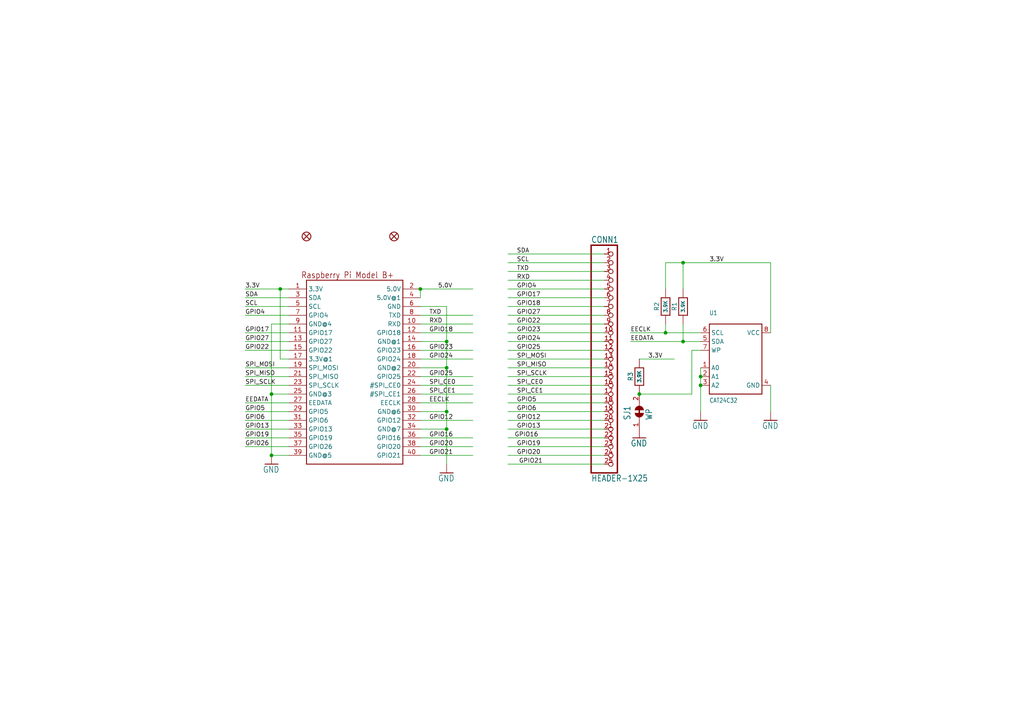
<source format=kicad_sch>
(kicad_sch (version 20211123) (generator eeschema)
  (paper "A4")
  (lib_symbols
    (symbol "eagleSchem-eagle-import:EEPROM_I2C_SOIC8_GENERIC"
      (property "Reference" "U" (at -7.62 12.7 0))
      (property "Value" "EEPROM_I2C_SOIC8_GENERIC" (at -7.62 -12.7 0))
      (symbol "EEPROM_I2C_SOIC8_GENERIC_1_0"
        (polyline (pts (xy -7.62 -10.16) (xy -7.62 10.16)) (stroke (width 0.254)))
        (polyline (pts (xy -7.62 10.16) (xy 7.62 10.16)) (stroke (width 0.254)))
        (polyline (pts (xy 7.62 -10.16) (xy -7.62 -10.16)) (stroke (width 0.254)))
        (polyline (pts (xy 7.62 10.16) (xy 7.62 -10.16)) (stroke (width 0.254)))
        (pin input line (at -10.16 -2.54 0) (length 2.54) (name "A0") (number "1"))
        (pin input line (at -10.16 -5.08 0) (length 2.54) (name "A1") (number "2"))
        (pin input line (at -10.16 -7.62 0) (length 2.54) (name "A2") (number "3"))
        (pin power_in line (at 10.16 -7.62 180) (length 2.54) (name "GND") (number "4"))
        (pin bidirectional line (at -10.16 5.08 0) (length 2.54) (name "SDA") (number "5"))
        (pin input line (at -10.16 7.62 0) (length 2.54) (name "SCL") (number "6"))
        (pin input line (at -10.16 2.54 0) (length 2.54) (name "WP") (number "7"))
        (pin power_in line (at 10.16 7.62 180) (length 2.54) (name "VCC") (number "8"))
      )
    )
    (symbol "eagleSchem-eagle-import:FIDUCIAL{dblquote}{dblquote}"
      (symbol "FIDUCIAL{dblquote}{dblquote}_1_0"
        (polyline (pts (xy -0.762 0.762) (xy 0.762 -0.762)) (stroke (width 0.254)))
        (polyline (pts (xy 0.762 0.762) (xy -0.762 -0.762)) (stroke (width 0.254)))
        (circle (center 0 0) (radius 1.27) (stroke (width 0.254)))
      )
    )
    (symbol "eagleSchem-eagle-import:GND" (power)
      (property "Value" "GND" (at -2.54 -2.54 0))
      (symbol "GND_1_0"
        (polyline (pts (xy -1.905 0) (xy 1.905 0)) (stroke (width 0.254)))
        (pin power_in line (at 0 2.54 270) (length 2.54) (name "GND") (number "1"))
      )
    )
    (symbol "eagleSchem-eagle-import:HEADER-1X25"
      (property "Reference" "CONN" (at -3.81 33.655 0))
      (property "Value" "HEADER-1X25" (at -3.81 -35.56 0))
      (symbol "HEADER-1X25_1_0"
        (polyline (pts (xy -3.81 -33.02) (xy 3.81 -33.02)) (stroke (width 0.4064)))
        (polyline (pts (xy -3.81 33.02) (xy -3.81 -33.02)) (stroke (width 0.4064)))
        (polyline (pts (xy 3.81 -33.02) (xy 3.81 33.02)) (stroke (width 0.4064)))
        (polyline (pts (xy 3.81 33.02) (xy -3.81 33.02)) (stroke (width 0.4064)))
        (pin passive inverted (at 0 30.48 0) (length 2.54) (name "1") (number "1"))
        (pin passive inverted (at 0 7.62 0) (length 2.54) (name "10") (number "10"))
        (pin passive inverted (at 0 5.08 0) (length 2.54) (name "11") (number "11"))
        (pin passive inverted (at 0 2.54 0) (length 2.54) (name "12") (number "12"))
        (pin passive inverted (at 0 0 0) (length 2.54) (name "13") (number "13"))
        (pin passive inverted (at 0 -2.54 0) (length 2.54) (name "14") (number "14"))
        (pin passive inverted (at 0 -5.08 0) (length 2.54) (name "15") (number "15"))
        (pin passive inverted (at 0 -7.62 0) (length 2.54) (name "16") (number "16"))
        (pin passive inverted (at 0 -10.16 0) (length 2.54) (name "17") (number "17"))
        (pin passive inverted (at 0 -12.7 0) (length 2.54) (name "18") (number "18"))
        (pin passive inverted (at 0 -15.24 0) (length 2.54) (name "19") (number "19"))
        (pin passive inverted (at 0 27.94 0) (length 2.54) (name "2") (number "2"))
        (pin passive inverted (at 0 -17.78 0) (length 2.54) (name "20") (number "20"))
        (pin passive inverted (at 0 -20.32 0) (length 2.54) (name "21") (number "21"))
        (pin passive inverted (at 0 -22.86 0) (length 2.54) (name "22") (number "22"))
        (pin passive inverted (at 0 -25.4 0) (length 2.54) (name "23") (number "23"))
        (pin passive inverted (at 0 -27.94 0) (length 2.54) (name "24") (number "24"))
        (pin passive inverted (at 0 -30.48 0) (length 2.54) (name "25") (number "25"))
        (pin passive inverted (at 0 25.4 0) (length 2.54) (name "3") (number "3"))
        (pin passive inverted (at 0 22.86 0) (length 2.54) (name "4") (number "4"))
        (pin passive inverted (at 0 20.32 0) (length 2.54) (name "5") (number "5"))
        (pin passive inverted (at 0 17.78 0) (length 2.54) (name "6") (number "6"))
        (pin passive inverted (at 0 15.24 0) (length 2.54) (name "7") (number "7"))
        (pin passive inverted (at 0 12.7 0) (length 2.54) (name "8") (number "8"))
        (pin passive inverted (at 0 10.16 0) (length 2.54) (name "9") (number "9"))
      )
    )
    (symbol "eagleSchem-eagle-import:RASPBERRYPI_BPLUS_HATNOSLOTS"
      (symbol "RASPBERRYPI_BPLUS_HATNOSLOTS_1_0"
        (polyline (pts (xy -12.7 -30.48) (xy -12.7 22.86)) (stroke (width 0.254)))
        (polyline (pts (xy -12.7 22.86) (xy 15.24 22.86)) (stroke (width 0.254)))
        (polyline (pts (xy 15.24 -30.48) (xy -12.7 -30.48)) (stroke (width 0.254)))
        (polyline (pts (xy 15.24 22.86) (xy 15.24 -30.48)) (stroke (width 0.254)))
        (text "Raspberry Pi Model B+" (at 12.7 25.4 0) (effects (font (size 1.778 1.5113)) (justify right top)))
        (pin power_in line (at -17.78 20.32 0) (length 5.08) (name "3.3V") (number "1"))
        (pin bidirectional line (at 20.32 10.16 180) (length 5.08) (name "RXD") (number "10"))
        (pin bidirectional line (at -17.78 7.62 0) (length 5.08) (name "GPIO17") (number "11"))
        (pin bidirectional line (at 20.32 7.62 180) (length 5.08) (name "GPIO18") (number "12"))
        (pin bidirectional line (at -17.78 5.08 0) (length 5.08) (name "GPIO27") (number "13"))
        (pin power_in line (at 20.32 5.08 180) (length 5.08) (name "GND@1") (number "14"))
        (pin bidirectional line (at -17.78 2.54 0) (length 5.08) (name "GPIO22") (number "15"))
        (pin bidirectional line (at 20.32 2.54 180) (length 5.08) (name "GPIO23") (number "16"))
        (pin power_in line (at -17.78 0 0) (length 5.08) (name "3.3V@1") (number "17"))
        (pin bidirectional line (at 20.32 0 180) (length 5.08) (name "GPIO24") (number "18"))
        (pin bidirectional line (at -17.78 -2.54 0) (length 5.08) (name "SPI_MOSI") (number "19"))
        (pin power_in line (at 20.32 20.32 180) (length 5.08) (name "5.0V") (number "2"))
        (pin power_in line (at 20.32 -2.54 180) (length 5.08) (name "GND@2") (number "20"))
        (pin bidirectional line (at -17.78 -5.08 0) (length 5.08) (name "SPI_MISO") (number "21"))
        (pin bidirectional line (at 20.32 -5.08 180) (length 5.08) (name "GPIO25") (number "22"))
        (pin bidirectional line (at -17.78 -7.62 0) (length 5.08) (name "SPI_SCLK") (number "23"))
        (pin bidirectional line (at 20.32 -7.62 180) (length 5.08) (name "#SPI_CE0") (number "24"))
        (pin power_in line (at -17.78 -10.16 0) (length 5.08) (name "GND@3") (number "25"))
        (pin bidirectional line (at 20.32 -10.16 180) (length 5.08) (name "#SPI_CE1") (number "26"))
        (pin bidirectional line (at -17.78 -12.7 0) (length 5.08) (name "EEDATA") (number "27"))
        (pin power_in line (at 20.32 -12.7 180) (length 5.08) (name "EECLK") (number "28"))
        (pin bidirectional line (at -17.78 -15.24 0) (length 5.08) (name "GPIO5") (number "29"))
        (pin bidirectional line (at -17.78 17.78 0) (length 5.08) (name "SDA") (number "3"))
        (pin bidirectional line (at 20.32 -15.24 180) (length 5.08) (name "GND@6") (number "30"))
        (pin power_in line (at -17.78 -17.78 0) (length 5.08) (name "GPIO6") (number "31"))
        (pin bidirectional line (at 20.32 -17.78 180) (length 5.08) (name "GPIO12") (number "32"))
        (pin bidirectional line (at -17.78 -20.32 0) (length 5.08) (name "GPIO13") (number "33"))
        (pin bidirectional line (at 20.32 -20.32 180) (length 5.08) (name "GND@7") (number "34"))
        (pin bidirectional line (at -17.78 -22.86 0) (length 5.08) (name "GPIO19") (number "35"))
        (pin power_in line (at 20.32 -22.86 180) (length 5.08) (name "GPIO16") (number "36"))
        (pin bidirectional line (at -17.78 -25.4 0) (length 5.08) (name "GPIO26") (number "37"))
        (pin bidirectional line (at 20.32 -25.4 180) (length 5.08) (name "GPIO20") (number "38"))
        (pin power_in line (at -17.78 -27.94 0) (length 5.08) (name "GND@5") (number "39"))
        (pin power_in line (at 20.32 17.78 180) (length 5.08) (name "5.0V@1") (number "4"))
        (pin bidirectional line (at 20.32 -27.94 180) (length 5.08) (name "GPIO21") (number "40"))
        (pin bidirectional line (at -17.78 15.24 0) (length 5.08) (name "SCL") (number "5"))
        (pin power_in line (at 20.32 15.24 180) (length 5.08) (name "GND") (number "6"))
        (pin bidirectional line (at -17.78 12.7 0) (length 5.08) (name "GPIO4") (number "7"))
        (pin output line (at 20.32 12.7 180) (length 5.08) (name "TXD") (number "8"))
        (pin power_in line (at -17.78 10.16 0) (length 5.08) (name "GND@4") (number "9"))
      )
    )
    (symbol "eagleSchem-eagle-import:RESISTOR0805_NOOUTLINE"
      (property "Reference" "R" (at 0 2.54 0))
      (property "Value" "RESISTOR0805_NOOUTLINE" (at 0 0 0))
      (symbol "RESISTOR0805_NOOUTLINE_1_0"
        (polyline (pts (xy -2.54 -1.27) (xy -2.54 1.27)) (stroke (width 0.254)))
        (polyline (pts (xy -2.54 1.27) (xy 2.54 1.27)) (stroke (width 0.254)))
        (polyline (pts (xy 2.54 -1.27) (xy -2.54 -1.27)) (stroke (width 0.254)))
        (polyline (pts (xy 2.54 1.27) (xy 2.54 -1.27)) (stroke (width 0.254)))
        (pin passive line (at -5.08 0 0) (length 2.54) (name "1") (number "1"))
        (pin passive line (at 5.08 0 180) (length 2.54) (name "2") (number "2"))
      )
    )
    (symbol "eagleSchem-eagle-import:SOLDERJUMPER_CLOSED"
      (property "Reference" "SJ" (at -2.54 2.54 0))
      (property "Value" "SOLDERJUMPER_CLOSED" (at -2.54 -3.81 0))
      (symbol "SOLDERJUMPER_CLOSED_1_0"
        (arc (start -0.381 1.2699) (mid -1.6508 0) (end -0.381 -1.2699) (stroke (width 0.0001)) (fill (type outline)))
        (polyline (pts (xy -2.54 0) (xy -1.651 0)) (stroke (width 0.1524)))
        (polyline (pts (xy -0.635 0) (xy 0.635 0)) (stroke (width 0.4064)))
        (polyline (pts (xy 2.54 0) (xy 1.651 0)) (stroke (width 0.1524)))
        (arc (start 0.381 -1.2699) (mid 1.6508 0) (end 0.381 1.2699) (stroke (width 0.0001)) (fill (type outline)))
        (pin passive line (at -5.08 0 0) (length 2.54) (name "1") (number "1"))
        (pin passive line (at 5.08 0 180) (length 2.54) (name "2") (number "2"))
      )
    )
  )
  (junction (at 203.2 109.22))
  (junction (at 81.28 83.82))
  (junction (at 121.92 83.82))
  (junction (at 193.04 96.52))
  (junction (at 185.42 114.3))
  (junction (at 198.12 99.06))
  (junction (at 203.2 111.76))
  (junction (at 129.54 119.38))
  (junction (at 198.12 76.2))
  (junction (at 78.74 114.3))
  (junction (at 129.54 124.46))
  (junction (at 129.54 99.06))
  (junction (at 78.74 132.08))
  (junction (at 129.54 106.68))
  (wire (pts (xy 71.12 129.54) (xy 83.82 129.54)))
  (wire (pts (xy 203.2 111.76) (xy 203.2 119.38)))
  (wire (pts (xy 121.92 114.3) (xy 137.16 114.3)))
  (wire (pts (xy 129.54 119.38) (xy 129.54 124.46)))
  (wire (pts (xy 175.26 127) (xy 147.32 127)))
  (wire (pts (xy 147.32 129.54) (xy 175.26 129.54)))
  (wire (pts (xy 175.26 121.92) (xy 147.32 121.92)))
  (wire (pts (xy 78.74 93.98) (xy 83.82 93.98)))
  (wire (pts (xy 121.92 111.76) (xy 137.16 111.76)))
  (wire (pts (xy 121.92 124.46) (xy 129.54 124.46)))
  (wire (pts (xy 193.04 93.98) (xy 193.04 96.52)))
  (wire (pts (xy 81.28 104.14) (xy 81.28 83.82)))
  (wire (pts (xy 78.74 114.3) (xy 78.74 132.08)))
  (wire (pts (xy 203.2 106.68) (xy 203.2 109.22)))
  (wire (pts (xy 175.26 101.6) (xy 147.32 101.6)))
  (wire (pts (xy 137.16 93.98) (xy 121.92 93.98)))
  (wire (pts (xy 121.92 127) (xy 137.16 127)))
  (wire (pts (xy 83.82 96.52) (xy 71.12 96.52)))
  (wire (pts (xy 175.26 83.82) (xy 147.32 83.82)))
  (wire (pts (xy 121.92 119.38) (xy 129.54 119.38)))
  (wire (pts (xy 81.28 104.14) (xy 83.82 104.14)))
  (wire (pts (xy 200.66 101.6) (xy 203.2 101.6)))
  (wire (pts (xy 203.2 109.22) (xy 203.2 111.76)))
  (wire (pts (xy 147.32 114.3) (xy 175.26 114.3)))
  (wire (pts (xy 198.12 99.06) (xy 203.2 99.06)))
  (wire (pts (xy 71.12 111.76) (xy 83.82 111.76)))
  (wire (pts (xy 83.82 101.6) (xy 71.12 101.6)))
  (wire (pts (xy 175.26 73.66) (xy 147.32 73.66)))
  (wire (pts (xy 81.28 83.82) (xy 71.12 83.82)))
  (wire (pts (xy 121.92 104.14) (xy 137.16 104.14)))
  (wire (pts (xy 147.32 99.06) (xy 175.26 99.06)))
  (wire (pts (xy 71.12 109.22) (xy 83.82 109.22)))
  (wire (pts (xy 147.32 104.14) (xy 175.26 104.14)))
  (wire (pts (xy 129.54 88.9) (xy 129.54 99.06)))
  (wire (pts (xy 200.66 114.3) (xy 200.66 101.6)))
  (wire (pts (xy 71.12 127) (xy 83.82 127)))
  (wire (pts (xy 83.82 91.44) (xy 71.12 91.44)))
  (wire (pts (xy 71.12 106.68) (xy 83.82 106.68)))
  (wire (pts (xy 147.32 124.46) (xy 175.26 124.46)))
  (wire (pts (xy 147.32 119.38) (xy 175.26 119.38)))
  (wire (pts (xy 175.26 116.84) (xy 147.32 116.84)))
  (wire (pts (xy 71.12 99.06) (xy 83.82 99.06)))
  (wire (pts (xy 121.92 86.36) (xy 121.92 83.82)))
  (wire (pts (xy 83.82 88.9) (xy 71.12 88.9)))
  (wire (pts (xy 223.52 111.76) (xy 223.52 119.38)))
  (wire (pts (xy 121.92 106.68) (xy 129.54 106.68)))
  (wire (pts (xy 83.82 83.82) (xy 81.28 83.82)))
  (wire (pts (xy 147.32 109.22) (xy 175.26 109.22)))
  (wire (pts (xy 175.26 111.76) (xy 147.32 111.76)))
  (wire (pts (xy 147.32 86.36) (xy 175.26 86.36)))
  (wire (pts (xy 83.82 116.84) (xy 71.12 116.84)))
  (wire (pts (xy 198.12 93.98) (xy 198.12 99.06)))
  (wire (pts (xy 121.92 83.82) (xy 137.16 83.82)))
  (wire (pts (xy 71.12 121.92) (xy 83.82 121.92)))
  (wire (pts (xy 121.92 116.84) (xy 137.16 116.84)))
  (wire (pts (xy 121.92 91.44) (xy 137.16 91.44)))
  (wire (pts (xy 147.32 134.62) (xy 175.26 134.62)))
  (wire (pts (xy 147.32 76.2) (xy 175.26 76.2)))
  (wire (pts (xy 83.82 86.36) (xy 71.12 86.36)))
  (wire (pts (xy 223.52 76.2) (xy 198.12 76.2)))
  (wire (pts (xy 121.92 121.92) (xy 137.16 121.92)))
  (wire (pts (xy 129.54 99.06) (xy 129.54 106.68)))
  (wire (pts (xy 147.32 88.9) (xy 175.26 88.9)))
  (wire (pts (xy 78.74 114.3) (xy 83.82 114.3)))
  (wire (pts (xy 175.26 96.52) (xy 147.32 96.52)))
  (wire (pts (xy 147.32 93.98) (xy 175.26 93.98)))
  (wire (pts (xy 147.32 81.28) (xy 175.26 81.28)))
  (wire (pts (xy 198.12 76.2) (xy 193.04 76.2)))
  (wire (pts (xy 175.26 91.44) (xy 147.32 91.44)))
  (wire (pts (xy 71.12 124.46) (xy 83.82 124.46)))
  (wire (pts (xy 185.42 114.3) (xy 200.66 114.3)))
  (wire (pts (xy 129.54 106.68) (xy 129.54 119.38)))
  (wire (pts (xy 121.92 96.52) (xy 137.16 96.52)))
  (wire (pts (xy 175.26 106.68) (xy 147.32 106.68)))
  (wire (pts (xy 182.88 99.06) (xy 198.12 99.06)))
  (wire (pts (xy 198.12 83.82) (xy 198.12 76.2)))
  (wire (pts (xy 121.92 88.9) (xy 129.54 88.9)))
  (wire (pts (xy 121.92 132.08) (xy 137.16 132.08)))
  (wire (pts (xy 203.2 96.52) (xy 193.04 96.52)))
  (wire (pts (xy 83.82 132.08) (xy 78.74 132.08)))
  (wire (pts (xy 175.26 132.08) (xy 147.32 132.08)))
  (wire (pts (xy 185.42 104.14) (xy 195.58 104.14)))
  (wire (pts (xy 193.04 76.2) (xy 193.04 83.82)))
  (wire (pts (xy 121.92 99.06) (xy 129.54 99.06)))
  (wire (pts (xy 121.92 101.6) (xy 137.16 101.6)))
  (wire (pts (xy 71.12 119.38) (xy 83.82 119.38)))
  (wire (pts (xy 121.92 129.54) (xy 137.16 129.54)))
  (wire (pts (xy 223.52 96.52) (xy 223.52 76.2)))
  (wire (pts (xy 193.04 96.52) (xy 182.88 96.52)))
  (wire (pts (xy 121.92 109.22) (xy 137.16 109.22)))
  (wire (pts (xy 129.54 124.46) (xy 129.54 134.62)))
  (wire (pts (xy 78.74 114.3) (xy 78.74 93.98)))
  (wire (pts (xy 175.26 78.74) (xy 147.32 78.74)))
  (label "EECLK" (at 124.46 116.84 0) (effects (font (size 1.2446 1.2446))))
  (label "SPI_SCLK" (at 71.12 111.76 0) (effects (font (size 1.2446 1.2446))))
  (label "SDA" (at 71.12 86.36 0) (effects (font (size 1.2446 1.2446))))
  (label "GPIO25" (at 124.46 109.22 0) (effects (font (size 1.2446 1.2446))))
  (label "GPIO20" (at 124.46 129.54 0) (effects (font (size 1.2446 1.2446))))
  (label "GPIO23" (at 124.46 101.6 0) (effects (font (size 1.2446 1.2446))))
  (label "3.3V" (at 205.74 76.2 0) (effects (font (size 1.2446 1.2446))))
  (label "GPIO12" (at 124.46 121.92 0) (effects (font (size 1.2446 1.2446))))
  (label "TXD" (at 124.46 91.44 0) (effects (font (size 1.2446 1.2446))))
  (label "SPI_MISO" (at 149.86 106.68 0) (effects (font (size 1.2446 1.2446))))
  (label "SPI_SCLK" (at 149.86 109.22 0) (effects (font (size 1.2446 1.2446))))
  (label "3.3V" (at 187.96 104.14 0) (effects (font (size 1.2446 1.2446))))
  (label "GPIO25" (at 149.86 101.6 0) (effects (font (size 1.2446 1.2446))))
  (label "GPIO24" (at 149.86 99.06 0) (effects (font (size 1.2446 1.2446))))
  (label "GPIO16" (at 149.225 127 0) (effects (font (size 1.2446 1.2446))))
  (label "SCL" (at 149.86 76.2 0) (effects (font (size 1.2446 1.2446))))
  (label "GPIO20" (at 149.86 132.08 0) (effects (font (size 1.2446 1.2446))))
  (label "RXD" (at 124.46 93.98 0) (effects (font (size 1.2446 1.2446))))
  (label "GPIO12" (at 149.86 121.92 0) (effects (font (size 1.2446 1.2446))))
  (label "SPI_CE0" (at 124.46 111.76 0) (effects (font (size 1.2446 1.2446))))
  (label "GPIO22" (at 71.12 101.6 0) (effects (font (size 1.2446 1.2446))))
  (label "GPIO13" (at 71.12 124.46 0) (effects (font (size 1.2446 1.2446))))
  (label "TXD" (at 149.86 78.74 0) (effects (font (size 1.2446 1.2446))))
  (label "GPIO16" (at 124.46 127 0) (effects (font (size 1.2446 1.2446))))
  (label "GPIO19" (at 71.12 127 0) (effects (font (size 1.2446 1.2446))))
  (label "SCL" (at 71.12 88.9 0) (effects (font (size 1.2446 1.2446))))
  (label "GPIO18" (at 124.46 96.52 0) (effects (font (size 1.2446 1.2446))))
  (label "GPIO17" (at 149.86 86.36 0) (effects (font (size 1.2446 1.2446))))
  (label "SPI_MOSI" (at 71.12 106.68 0) (effects (font (size 1.2446 1.2446))))
  (label "GPIO23" (at 149.86 96.52 0) (effects (font (size 1.2446 1.2446))))
  (label "GPIO27" (at 71.12 99.06 0) (effects (font (size 1.2446 1.2446))))
  (label "SDA" (at 149.86 73.66 0) (effects (font (size 1.2446 1.2446))))
  (label "RXD" (at 149.86 81.28 0) (effects (font (size 1.2446 1.2446))))
  (label "5.0V" (at 127 83.82 0) (effects (font (size 1.2446 1.2446))))
  (label "EEDATA" (at 71.12 116.84 0) (effects (font (size 1.2446 1.2446))))
  (label "SPI_MOSI" (at 149.86 104.14 0) (effects (font (size 1.2446 1.2446))))
  (label "GPIO21" (at 150.495 134.62 0) (effects (font (size 1.2446 1.2446))))
  (label "GPIO17" (at 71.12 96.52 0) (effects (font (size 1.2446 1.2446))))
  (label "SPI_CE0" (at 149.86 111.76 0) (effects (font (size 1.2446 1.2446))))
  (label "GPIO19" (at 149.86 129.54 0) (effects (font (size 1.2446 1.2446))))
  (label "SPI_CE1" (at 149.86 114.3 0) (effects (font (size 1.2446 1.2446))))
  (label "EEDATA" (at 182.88 99.06 0) (effects (font (size 1.2446 1.2446))))
  (label "GPIO4" (at 71.12 91.44 0) (effects (font (size 1.2446 1.2446))))
  (label "GPIO6" (at 149.86 119.38 0) (effects (font (size 1.2446 1.2446))))
  (label "GPIO24" (at 124.46 104.14 0) (effects (font (size 1.2446 1.2446))))
  (label "SPI_MISO" (at 71.12 109.22 0) (effects (font (size 1.2446 1.2446))))
  (label "GPIO5" (at 149.86 116.84 0) (effects (font (size 1.2446 1.2446))))
  (label "GPIO26" (at 71.12 129.54 0) (effects (font (size 1.2446 1.2446))))
  (label "GPIO18" (at 149.86 88.9 0) (effects (font (size 1.2446 1.2446))))
  (label "GPIO22" (at 149.86 93.98 0) (effects (font (size 1.2446 1.2446))))
  (label "EECLK" (at 182.88 96.52 0) (effects (font (size 1.2446 1.2446))))
  (label "GPIO6" (at 71.12 121.92 0) (effects (font (size 1.2446 1.2446))))
  (label "GPIO13" (at 149.86 124.46 0) (effects (font (size 1.2446 1.2446))))
  (label "GPIO4" (at 149.86 83.82 0) (effects (font (size 1.2446 1.2446))))
  (label "SPI_CE1" (at 124.46 114.3 0) (effects (font (size 1.2446 1.2446))))
  (label "GPIO21" (at 124.46 132.08 0) (effects (font (size 1.2446 1.2446))))
  (label "3.3V" (at 71.12 83.82 0) (effects (font (size 1.2446 1.2446))))
  (label "GPIO5" (at 71.12 119.38 0) (effects (font (size 1.2446 1.2446))))
  (label "GPIO27" (at 149.86 91.44 0) (effects (font (size 1.2446 1.2446))))
  (symbol (lib_id "eagleSchem-eagle-import:GND") (at 129.54 137.16 0) (unit 1)
    (property "Reference" "#GND2" (effects hide))
    (property "Value" "GND" (at 127 139.7 0) (effects (font (size 1.778 1.5113)) (justify left bottom)))
    (property "Footprint" "eagleSchem:" (effects hide))
  )
  (symbol (lib_id "eagleSchem-eagle-import:GND") (at 223.52 121.92 0) (unit 1)
    (property "Reference" "#GND4" (effects hide))
    (property "Value" "GND" (at 220.98 124.46 0) (effects (font (size 1.778 1.5113)) (justify left bottom)))
    (property "Footprint" "eagleSchem:" (effects hide))
  )
  (symbol (lib_id "eagleSchem-eagle-import:GND") (at 185.42 127 0) (unit 1)
    (property "Reference" "#GND5" (effects hide))
    (property "Value" "GND" (at 182.88 129.54 0) (effects (font (size 1.778 1.5113)) (justify left bottom)))
    (property "Footprint" "eagleSchem:" (effects hide))
  )
  (symbol (lib_id "eagleSchem-eagle-import:RESISTOR0805_NOOUTLINE") (at 185.42 109.22 90) (unit 1)
    (property "Reference" "R3" (at 182.88 109.22 0))
    (property "Value" "3.9K" (at 185.42 109.22 0) (effects (font (size 1.016 1.016) bold)))
    (property "Footprint" "eagleSchem:0805-NO" (effects hide))
  )
  (symbol (lib_id "eagleSchem-eagle-import:RESISTOR0805_NOOUTLINE") (at 198.12 88.9 90) (unit 1)
    (property "Reference" "R1" (at 195.58 88.9 0))
    (property "Value" "3.9K" (at 198.12 88.9 0) (effects (font (size 1.016 1.016) bold)))
    (property "Footprint" "eagleSchem:0805-NO" (effects hide))
  )
  (symbol (lib_id "eagleSchem-eagle-import:RESISTOR0805_NOOUTLINE") (at 193.04 88.9 90) (unit 1)
    (property "Reference" "R2" (at 190.5 88.9 0))
    (property "Value" "3.9K" (at 193.04 88.9 0) (effects (font (size 1.016 1.016) bold)))
    (property "Footprint" "eagleSchem:0805-NO" (effects hide))
  )
  (symbol (lib_id "eagleSchem-eagle-import:GND") (at 203.2 121.92 0) (unit 1)
    (property "Reference" "#GND3" (effects hide))
    (property "Value" "GND" (at 200.66 124.46 0) (effects (font (size 1.778 1.5113)) (justify left bottom)))
    (property "Footprint" "eagleSchem:" (effects hide))
  )
  (symbol (lib_id "eagleSchem-eagle-import:SOLDERJUMPER_CLOSED") (at 185.42 119.38 90) (unit 1)
    (property "Reference" "SJ1" (at 182.88 121.92 0) (effects (font (size 1.778 1.5113)) (justify left bottom)))
    (property "Value" "WP" (at 189.23 121.92 0) (effects (font (size 1.778 1.5113)) (justify left bottom)))
    (property "Footprint" "eagleSchem:SOLDERJUMPER_CLOSEDWIRE" (effects hide))
  )
  (symbol (lib_id "eagleSchem-eagle-import:FIDUCIAL{dblquote}{dblquote}") (at 88.9 68.58 0) (unit 1)
    (property "Reference" "FID3" (effects hide))
    (property "Value" "FIDUCIAL{dblquote}{dblquote}" (effects hide))
    (property "Footprint" "eagleSchem:FIDUCIAL_1MM" (effects hide))
  )
  (symbol (lib_id "eagleSchem-eagle-import:RASPBERRYPI_BPLUS_HATNOSLOTS") (at 101.6 104.14 0) (unit 1)
    (property "Reference" "RPI1" (effects hide))
    (property "Value" "RASPBERRYPI_BPLUS_HATNOSLOTS" (effects hide))
    (property "Footprint" "eagleSchem:PI_HAT_NOSLOTS" (effects hide))
  )
  (symbol (lib_id "eagleSchem-eagle-import:HEADER-1X25") (at 175.26 104.14 0) (unit 1)
    (property "Reference" "CONN1" (at 171.45 70.485 0) (effects (font (size 1.778 1.5113)) (justify left bottom)))
    (property "Value" "HEADER-1X25" (at 171.45 139.7 0) (effects (font (size 1.778 1.5113)) (justify left bottom)))
    (property "Footprint" "eagleSchem:1X25_ROUND_70MIL" (effects hide))
  )
  (symbol (lib_id "eagleSchem-eagle-import:FIDUCIAL{dblquote}{dblquote}") (at 114.3 68.58 0) (unit 1)
    (property "Reference" "FID2" (effects hide))
    (property "Value" "FIDUCIAL{dblquote}{dblquote}" (effects hide))
    (property "Footprint" "eagleSchem:FIDUCIAL_1MM" (effects hide))
  )
  (symbol (lib_id "eagleSchem-eagle-import:EEPROM_I2C_SOIC8_GENERIC") (at 213.36 104.14 0) (unit 1)
    (property "Reference" "U1" (at 205.74 91.44 0) (effects (font (size 1.27 1.0795)) (justify left bottom)))
    (property "Value" "CAT24C32" (at 205.74 116.84 0) (effects (font (size 1.27 1.0795)) (justify left bottom)))
    (property "Footprint" "eagleSchem:SOIC8_150MIL" (effects hide))
  )
  (symbol (lib_id "eagleSchem-eagle-import:GND") (at 78.74 134.62 0) (unit 1)
    (property "Reference" "#GND1" (effects hide))
    (property "Value" "GND" (at 76.2 137.16 0) (effects (font (size 1.778 1.5113)) (justify left bottom)))
    (property "Footprint" "eagleSchem:" (effects hide))
  )
)
</source>
